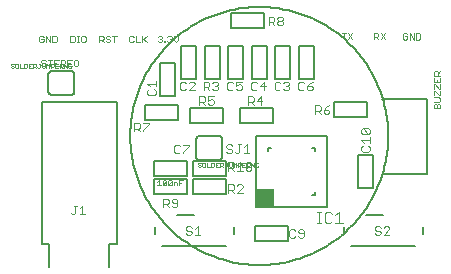
<source format=gto>
G75*
%MOIN*%
%OFA0B0*%
%FSLAX25Y25*%
%IPPOS*%
%LPD*%
%AMOC8*
5,1,8,0,0,1.08239X$1,22.5*
%
%ADD10C,0.00200*%
%ADD11C,0.00300*%
%ADD12C,0.00500*%
%ADD13C,0.00600*%
%ADD14R,0.05906X0.05906*%
%ADD15C,0.00800*%
%ADD16C,0.00400*%
%ADD17C,0.00100*%
D10*
X0050333Y0032618D02*
X0051534Y0032618D01*
X0050933Y0032618D02*
X0050933Y0034419D01*
X0050333Y0033819D01*
X0052175Y0034119D02*
X0052175Y0032918D01*
X0053376Y0034119D01*
X0053376Y0032918D01*
X0053075Y0032618D01*
X0052475Y0032618D01*
X0052175Y0032918D01*
X0052175Y0034119D02*
X0052475Y0034419D01*
X0053075Y0034419D01*
X0053376Y0034119D01*
X0054016Y0034119D02*
X0054316Y0034419D01*
X0054917Y0034419D01*
X0055217Y0034119D01*
X0054016Y0032918D01*
X0054316Y0032618D01*
X0054917Y0032618D01*
X0055217Y0032918D01*
X0055217Y0034119D01*
X0055858Y0033819D02*
X0056758Y0033819D01*
X0057059Y0033518D01*
X0057059Y0032618D01*
X0057699Y0032618D02*
X0057699Y0034419D01*
X0058900Y0034419D01*
X0058300Y0033518D02*
X0057699Y0033518D01*
X0055858Y0033819D02*
X0055858Y0032618D01*
X0054016Y0032918D02*
X0054016Y0034119D01*
X0023657Y0072403D02*
X0024018Y0072764D01*
X0024018Y0074207D01*
X0023657Y0074567D01*
X0022936Y0074567D01*
X0022575Y0074207D01*
X0022575Y0072764D01*
X0022936Y0072403D01*
X0023657Y0072403D01*
X0021843Y0072403D02*
X0020400Y0072403D01*
X0020400Y0074567D01*
X0021843Y0074567D01*
X0021122Y0073485D02*
X0020400Y0073485D01*
X0019668Y0073485D02*
X0019307Y0073124D01*
X0018225Y0073124D01*
X0018225Y0072403D02*
X0018225Y0074567D01*
X0019307Y0074567D01*
X0019668Y0074207D01*
X0019668Y0073485D01*
X0018946Y0073124D02*
X0019668Y0072403D01*
X0017493Y0072403D02*
X0016050Y0072403D01*
X0016050Y0074567D01*
X0017493Y0074567D01*
X0016771Y0073485D02*
X0016050Y0073485D01*
X0015318Y0074567D02*
X0013875Y0074567D01*
X0014596Y0074567D02*
X0014596Y0072403D01*
X0013143Y0072764D02*
X0012782Y0072403D01*
X0012061Y0072403D01*
X0011700Y0072764D01*
X0012061Y0073485D02*
X0012782Y0073485D01*
X0013143Y0073124D01*
X0013143Y0072764D01*
X0012061Y0073485D02*
X0011700Y0073846D01*
X0011700Y0074207D01*
X0012061Y0074567D01*
X0012782Y0074567D01*
X0013143Y0074207D01*
X0013200Y0080277D02*
X0013200Y0082441D01*
X0014642Y0080277D01*
X0014642Y0082441D01*
X0015375Y0082441D02*
X0016457Y0082441D01*
X0016818Y0082081D01*
X0016818Y0080638D01*
X0016457Y0080277D01*
X0015375Y0080277D01*
X0015375Y0082441D01*
X0012467Y0082081D02*
X0012107Y0082441D01*
X0011385Y0082441D01*
X0011025Y0082081D01*
X0011025Y0080638D01*
X0011385Y0080277D01*
X0012107Y0080277D01*
X0012467Y0080638D01*
X0012467Y0081359D01*
X0011746Y0081359D01*
X0021387Y0080277D02*
X0022469Y0080277D01*
X0022830Y0080638D01*
X0022830Y0082081D01*
X0022469Y0082441D01*
X0021387Y0082441D01*
X0021387Y0080277D01*
X0023562Y0080277D02*
X0024284Y0080277D01*
X0023923Y0080277D02*
X0023923Y0082441D01*
X0023562Y0082441D02*
X0024284Y0082441D01*
X0025012Y0082081D02*
X0025012Y0080638D01*
X0025373Y0080277D01*
X0026094Y0080277D01*
X0026455Y0080638D01*
X0026455Y0082081D01*
X0026094Y0082441D01*
X0025373Y0082441D01*
X0025012Y0082081D01*
X0031025Y0082441D02*
X0031025Y0080277D01*
X0031025Y0080999D02*
X0032107Y0080999D01*
X0032467Y0081359D01*
X0032467Y0082081D01*
X0032107Y0082441D01*
X0031025Y0082441D01*
X0033200Y0082081D02*
X0033200Y0081720D01*
X0033560Y0081359D01*
X0034282Y0081359D01*
X0034642Y0080999D01*
X0034642Y0080638D01*
X0034282Y0080277D01*
X0033560Y0080277D01*
X0033200Y0080638D01*
X0032467Y0080277D02*
X0031746Y0080999D01*
X0033200Y0082081D02*
X0033560Y0082441D01*
X0034282Y0082441D01*
X0034642Y0082081D01*
X0035375Y0082441D02*
X0036818Y0082441D01*
X0036096Y0082441D02*
X0036096Y0080277D01*
X0041025Y0080638D02*
X0041385Y0080277D01*
X0042107Y0080277D01*
X0042467Y0080638D01*
X0043200Y0080277D02*
X0044642Y0080277D01*
X0045375Y0080277D02*
X0045375Y0082441D01*
X0045736Y0081359D02*
X0046818Y0080277D01*
X0045375Y0080999D02*
X0046818Y0082441D01*
X0043200Y0082441D02*
X0043200Y0080277D01*
X0042467Y0082081D02*
X0042107Y0082441D01*
X0041385Y0082441D01*
X0041025Y0082081D01*
X0041025Y0080638D01*
X0050481Y0080638D02*
X0050842Y0080277D01*
X0051563Y0080277D01*
X0051924Y0080638D01*
X0051924Y0080999D01*
X0051563Y0081359D01*
X0051202Y0081359D01*
X0051563Y0081359D02*
X0051924Y0081720D01*
X0051924Y0082081D01*
X0051563Y0082441D01*
X0050842Y0082441D01*
X0050481Y0082081D01*
X0052656Y0080638D02*
X0053017Y0080638D01*
X0053017Y0080277D01*
X0052656Y0080277D01*
X0052656Y0080638D01*
X0053744Y0080638D02*
X0054104Y0080277D01*
X0054826Y0080277D01*
X0055186Y0080638D01*
X0055186Y0080999D01*
X0054826Y0081359D01*
X0054465Y0081359D01*
X0054826Y0081359D02*
X0055186Y0081720D01*
X0055186Y0082081D01*
X0054826Y0082441D01*
X0054104Y0082441D01*
X0053744Y0082081D01*
X0055919Y0082441D02*
X0055919Y0080999D01*
X0056640Y0080277D01*
X0057361Y0080999D01*
X0057361Y0082441D01*
X0111817Y0083445D02*
X0113260Y0083445D01*
X0112538Y0083445D02*
X0112538Y0081281D01*
X0113992Y0081281D02*
X0115435Y0083445D01*
X0113992Y0083445D02*
X0115435Y0081281D01*
X0122644Y0081281D02*
X0122644Y0083445D01*
X0123726Y0083445D01*
X0124086Y0083084D01*
X0124086Y0082363D01*
X0123726Y0082002D01*
X0122644Y0082002D01*
X0123365Y0082002D02*
X0124086Y0081281D01*
X0124819Y0081281D02*
X0126261Y0083445D01*
X0124819Y0083445D02*
X0126261Y0081281D01*
X0132285Y0081622D02*
X0132645Y0081261D01*
X0133367Y0081261D01*
X0133727Y0081622D01*
X0133727Y0082343D01*
X0133006Y0082343D01*
X0132285Y0081622D02*
X0132285Y0083065D01*
X0132645Y0083425D01*
X0133367Y0083425D01*
X0133727Y0083065D01*
X0134460Y0083425D02*
X0135902Y0081261D01*
X0135902Y0083425D01*
X0136635Y0083425D02*
X0137717Y0083425D01*
X0138077Y0083065D01*
X0138077Y0081622D01*
X0137717Y0081261D01*
X0136635Y0081261D01*
X0136635Y0083425D01*
X0134460Y0083425D02*
X0134460Y0081261D01*
X0142914Y0070637D02*
X0143635Y0070637D01*
X0143996Y0070276D01*
X0143996Y0069194D01*
X0144717Y0069194D02*
X0142553Y0069194D01*
X0142553Y0070276D01*
X0142914Y0070637D01*
X0143996Y0069916D02*
X0144717Y0070637D01*
X0144717Y0068462D02*
X0144717Y0067019D01*
X0142553Y0067019D01*
X0142553Y0068462D01*
X0143635Y0067741D02*
X0143635Y0067019D01*
X0142914Y0066287D02*
X0144357Y0064844D01*
X0144717Y0064844D01*
X0144717Y0066287D01*
X0142914Y0066287D02*
X0142553Y0066287D01*
X0142553Y0064844D01*
X0142553Y0064112D02*
X0142914Y0064112D01*
X0144357Y0062669D01*
X0144717Y0062669D01*
X0144717Y0064112D01*
X0142553Y0064112D02*
X0142553Y0062669D01*
X0142553Y0061937D02*
X0144357Y0061937D01*
X0144717Y0061576D01*
X0144717Y0060855D01*
X0144357Y0060494D01*
X0142553Y0060494D01*
X0142914Y0059762D02*
X0143275Y0059762D01*
X0143635Y0059401D01*
X0143635Y0058319D01*
X0144717Y0058319D02*
X0142553Y0058319D01*
X0142553Y0059401D01*
X0142914Y0059762D01*
X0143635Y0059401D02*
X0143996Y0059762D01*
X0144357Y0059762D01*
X0144717Y0059401D01*
X0144717Y0058319D01*
D11*
X0121222Y0051136D02*
X0121222Y0050186D01*
X0120747Y0049710D01*
X0118846Y0051612D01*
X0120747Y0051612D01*
X0121222Y0051136D01*
X0120747Y0049710D02*
X0118846Y0049710D01*
X0118370Y0050186D01*
X0118370Y0051136D01*
X0118846Y0051612D01*
X0121222Y0048712D02*
X0121222Y0046810D01*
X0121222Y0047761D02*
X0118370Y0047761D01*
X0119321Y0046810D01*
X0118846Y0045811D02*
X0118370Y0045336D01*
X0118370Y0044385D01*
X0118846Y0043910D01*
X0120747Y0043910D01*
X0121222Y0044385D01*
X0121222Y0045336D01*
X0120747Y0045811D01*
X0107695Y0056964D02*
X0107695Y0057439D01*
X0107220Y0057915D01*
X0105794Y0057915D01*
X0105794Y0056964D01*
X0106269Y0056489D01*
X0107220Y0056489D01*
X0107695Y0056964D01*
X0106745Y0058865D02*
X0105794Y0057915D01*
X0104795Y0057915D02*
X0104795Y0058865D01*
X0104320Y0059341D01*
X0102894Y0059341D01*
X0102894Y0056489D01*
X0102894Y0057439D02*
X0104320Y0057439D01*
X0104795Y0057915D01*
X0103845Y0057439D02*
X0104795Y0056489D01*
X0106745Y0058865D02*
X0107695Y0059341D01*
X0102164Y0064877D02*
X0101689Y0064402D01*
X0100738Y0064402D01*
X0100262Y0064877D01*
X0100262Y0065828D01*
X0101689Y0065828D01*
X0102164Y0065353D01*
X0102164Y0064877D01*
X0101213Y0066779D02*
X0100262Y0065828D01*
X0101213Y0066779D02*
X0102164Y0067254D01*
X0099264Y0066779D02*
X0098788Y0067254D01*
X0097838Y0067254D01*
X0097362Y0066779D01*
X0097362Y0064877D01*
X0097838Y0064402D01*
X0098788Y0064402D01*
X0099264Y0064877D01*
X0094290Y0064877D02*
X0093815Y0064402D01*
X0092864Y0064402D01*
X0092388Y0064877D01*
X0091390Y0064877D02*
X0090914Y0064402D01*
X0089964Y0064402D01*
X0089488Y0064877D01*
X0089488Y0066779D01*
X0089964Y0067254D01*
X0090914Y0067254D01*
X0091390Y0066779D01*
X0092388Y0066779D02*
X0092864Y0067254D01*
X0093815Y0067254D01*
X0094290Y0066779D01*
X0094290Y0066303D01*
X0093815Y0065828D01*
X0094290Y0065353D01*
X0094290Y0064877D01*
X0093815Y0065828D02*
X0093339Y0065828D01*
X0086534Y0065828D02*
X0084633Y0065828D01*
X0086059Y0067254D01*
X0086059Y0064402D01*
X0084956Y0062333D02*
X0083530Y0060907D01*
X0085432Y0060907D01*
X0084956Y0059481D02*
X0084956Y0062333D01*
X0082531Y0061857D02*
X0082531Y0060907D01*
X0082056Y0060431D01*
X0080630Y0060431D01*
X0080630Y0059481D02*
X0080630Y0062333D01*
X0082056Y0062333D01*
X0082531Y0061857D01*
X0081581Y0060431D02*
X0082531Y0059481D01*
X0082208Y0064402D02*
X0083158Y0064402D01*
X0083634Y0064877D01*
X0082208Y0064402D02*
X0081732Y0064877D01*
X0081732Y0066779D01*
X0082208Y0067254D01*
X0083158Y0067254D01*
X0083634Y0066779D01*
X0078542Y0067254D02*
X0076640Y0067254D01*
X0076640Y0065828D01*
X0077591Y0066303D01*
X0078066Y0066303D01*
X0078542Y0065828D01*
X0078542Y0064877D01*
X0078066Y0064402D01*
X0077116Y0064402D01*
X0076640Y0064877D01*
X0075642Y0064877D02*
X0075166Y0064402D01*
X0074216Y0064402D01*
X0073740Y0064877D01*
X0073740Y0066779D01*
X0074216Y0067254D01*
X0075166Y0067254D01*
X0075642Y0066779D01*
X0070668Y0066779D02*
X0070668Y0066303D01*
X0070192Y0065828D01*
X0070668Y0065353D01*
X0070668Y0064877D01*
X0070192Y0064402D01*
X0069242Y0064402D01*
X0068766Y0064877D01*
X0067768Y0064402D02*
X0066817Y0065353D01*
X0067292Y0065353D02*
X0065866Y0065353D01*
X0065866Y0064402D02*
X0065866Y0067254D01*
X0067292Y0067254D01*
X0067768Y0066779D01*
X0067768Y0065828D01*
X0067292Y0065353D01*
X0068766Y0066779D02*
X0069242Y0067254D01*
X0070192Y0067254D01*
X0070668Y0066779D01*
X0070192Y0065828D02*
X0069717Y0065828D01*
X0069191Y0062333D02*
X0067290Y0062333D01*
X0067290Y0060907D01*
X0068241Y0061382D01*
X0068716Y0061382D01*
X0069191Y0060907D01*
X0069191Y0059956D01*
X0068716Y0059481D01*
X0067765Y0059481D01*
X0067290Y0059956D01*
X0066291Y0059481D02*
X0065341Y0060431D01*
X0065816Y0060431D02*
X0064390Y0060431D01*
X0064390Y0059481D02*
X0064390Y0062333D01*
X0065816Y0062333D01*
X0066291Y0061857D01*
X0066291Y0060907D01*
X0065816Y0060431D01*
X0062794Y0064402D02*
X0060892Y0064402D01*
X0062794Y0066303D01*
X0062794Y0066779D01*
X0062318Y0067254D01*
X0061368Y0067254D01*
X0060892Y0066779D01*
X0059894Y0066779D02*
X0059418Y0067254D01*
X0058468Y0067254D01*
X0057992Y0066779D01*
X0057992Y0064877D01*
X0058468Y0064402D01*
X0059418Y0064402D01*
X0059894Y0064877D01*
X0049864Y0065603D02*
X0049864Y0067504D01*
X0049864Y0066553D02*
X0047012Y0066553D01*
X0047963Y0065603D01*
X0047487Y0064604D02*
X0047012Y0064129D01*
X0047012Y0063178D01*
X0047487Y0062703D01*
X0049389Y0062703D01*
X0049864Y0063178D01*
X0049864Y0064129D01*
X0049389Y0064604D01*
X0047538Y0053474D02*
X0045637Y0053474D01*
X0044638Y0052999D02*
X0044638Y0052048D01*
X0044162Y0051573D01*
X0042736Y0051573D01*
X0042736Y0050622D02*
X0042736Y0053474D01*
X0044162Y0053474D01*
X0044638Y0052999D01*
X0043687Y0051573D02*
X0044638Y0050622D01*
X0045637Y0050622D02*
X0045637Y0051098D01*
X0047538Y0052999D01*
X0047538Y0053474D01*
X0056024Y0045771D02*
X0056024Y0043869D01*
X0056499Y0043394D01*
X0057450Y0043394D01*
X0057925Y0043869D01*
X0058924Y0043869D02*
X0058924Y0043394D01*
X0058924Y0043869D02*
X0060825Y0045771D01*
X0060825Y0046246D01*
X0058924Y0046246D01*
X0057925Y0045771D02*
X0057450Y0046246D01*
X0056499Y0046246D01*
X0056024Y0045771D01*
X0073393Y0045794D02*
X0073393Y0045319D01*
X0073869Y0044844D01*
X0074819Y0044844D01*
X0075295Y0044368D01*
X0075295Y0043893D01*
X0074819Y0043418D01*
X0073869Y0043418D01*
X0073393Y0043893D01*
X0076293Y0043893D02*
X0076769Y0043418D01*
X0077244Y0043418D01*
X0077719Y0043893D01*
X0077719Y0046270D01*
X0077244Y0046270D02*
X0078195Y0046270D01*
X0079193Y0045319D02*
X0080144Y0046270D01*
X0080144Y0043418D01*
X0079193Y0043418D02*
X0081095Y0043418D01*
X0081288Y0040325D02*
X0080337Y0040325D01*
X0079862Y0039850D01*
X0079862Y0037948D01*
X0081763Y0039850D01*
X0081763Y0037948D01*
X0081288Y0037473D01*
X0080337Y0037473D01*
X0079862Y0037948D01*
X0078863Y0037473D02*
X0076962Y0037473D01*
X0077913Y0037473D02*
X0077913Y0040325D01*
X0076962Y0039374D01*
X0075963Y0038899D02*
X0075488Y0038424D01*
X0074062Y0038424D01*
X0075012Y0038424D02*
X0075963Y0037473D01*
X0074062Y0037473D02*
X0074062Y0040325D01*
X0075488Y0040325D01*
X0075963Y0039850D01*
X0075963Y0038899D01*
X0081288Y0040325D02*
X0081763Y0039850D01*
X0075295Y0045794D02*
X0074819Y0046270D01*
X0073869Y0046270D01*
X0073393Y0045794D01*
X0074062Y0032943D02*
X0075488Y0032943D01*
X0075963Y0032468D01*
X0075963Y0031517D01*
X0075488Y0031042D01*
X0074062Y0031042D01*
X0075012Y0031042D02*
X0075963Y0030091D01*
X0076962Y0030091D02*
X0078863Y0031992D01*
X0078863Y0032468D01*
X0078388Y0032943D01*
X0077437Y0032943D01*
X0076962Y0032468D01*
X0076962Y0030091D02*
X0078863Y0030091D01*
X0074062Y0030091D02*
X0074062Y0032943D01*
X0057059Y0027763D02*
X0057059Y0025862D01*
X0056584Y0025386D01*
X0055633Y0025386D01*
X0055158Y0025862D01*
X0055633Y0026812D02*
X0057059Y0026812D01*
X0057059Y0027763D02*
X0056584Y0028238D01*
X0055633Y0028238D01*
X0055158Y0027763D01*
X0055158Y0027288D01*
X0055633Y0026812D01*
X0054159Y0026812D02*
X0053684Y0026337D01*
X0052258Y0026337D01*
X0053208Y0026337D02*
X0054159Y0025386D01*
X0054159Y0026812D02*
X0054159Y0027763D01*
X0053684Y0028238D01*
X0052258Y0028238D01*
X0052258Y0025386D01*
X0059961Y0018550D02*
X0060436Y0019026D01*
X0061387Y0019026D01*
X0061862Y0018550D01*
X0061387Y0017600D02*
X0060436Y0017600D01*
X0059961Y0018075D01*
X0059961Y0018550D01*
X0061387Y0017600D02*
X0061862Y0017124D01*
X0061862Y0016649D01*
X0061387Y0016174D01*
X0060436Y0016174D01*
X0059961Y0016649D01*
X0062861Y0016174D02*
X0064762Y0016174D01*
X0063812Y0016174D02*
X0063812Y0019026D01*
X0062861Y0018075D01*
X0094410Y0017566D02*
X0094410Y0015665D01*
X0094885Y0015189D01*
X0095836Y0015189D01*
X0096311Y0015665D01*
X0097310Y0015665D02*
X0097785Y0015189D01*
X0098736Y0015189D01*
X0099211Y0015665D01*
X0099211Y0017566D01*
X0098736Y0018041D01*
X0097785Y0018041D01*
X0097310Y0017566D01*
X0097310Y0017091D01*
X0097785Y0016615D01*
X0099211Y0016615D01*
X0096311Y0017566D02*
X0095836Y0018041D01*
X0094885Y0018041D01*
X0094410Y0017566D01*
X0103707Y0020209D02*
X0104921Y0020209D01*
X0104314Y0020209D02*
X0104314Y0023849D01*
X0103707Y0023849D02*
X0104921Y0023849D01*
X0106124Y0023242D02*
X0106124Y0020816D01*
X0106731Y0020209D01*
X0107944Y0020209D01*
X0108551Y0020816D01*
X0109749Y0020209D02*
X0112176Y0020209D01*
X0110963Y0020209D02*
X0110963Y0023849D01*
X0109749Y0022636D01*
X0108551Y0023242D02*
X0107944Y0023849D01*
X0106731Y0023849D01*
X0106124Y0023242D01*
X0122953Y0018550D02*
X0122953Y0018075D01*
X0123428Y0017600D01*
X0124379Y0017600D01*
X0124854Y0017124D01*
X0124854Y0016649D01*
X0124379Y0016174D01*
X0123428Y0016174D01*
X0122953Y0016649D01*
X0122953Y0018550D02*
X0123428Y0019026D01*
X0124379Y0019026D01*
X0124854Y0018550D01*
X0125853Y0018550D02*
X0126328Y0019026D01*
X0127279Y0019026D01*
X0127754Y0018550D01*
X0127754Y0018075D01*
X0125853Y0016174D01*
X0127754Y0016174D01*
X0091846Y0086056D02*
X0090895Y0086056D01*
X0090420Y0086531D01*
X0090420Y0087006D01*
X0090895Y0087482D01*
X0091846Y0087482D01*
X0092321Y0087006D01*
X0092321Y0086531D01*
X0091846Y0086056D01*
X0091846Y0087482D02*
X0092321Y0087957D01*
X0092321Y0088432D01*
X0091846Y0088908D01*
X0090895Y0088908D01*
X0090420Y0088432D01*
X0090420Y0087957D01*
X0090895Y0087482D01*
X0089421Y0087482D02*
X0089421Y0088432D01*
X0088946Y0088908D01*
X0087520Y0088908D01*
X0087520Y0086056D01*
X0087520Y0087006D02*
X0088946Y0087006D01*
X0089421Y0087482D01*
X0088471Y0087006D02*
X0089421Y0086056D01*
D12*
X0014384Y0013031D02*
X0014384Y0005531D01*
X0014384Y0013031D02*
X0011884Y0013031D01*
X0011884Y0060531D01*
X0036884Y0060531D01*
X0036884Y0013031D01*
X0034384Y0013031D01*
X0034384Y0005531D01*
X0049337Y0029862D02*
X0049337Y0034862D01*
X0060337Y0034862D01*
X0060337Y0029862D01*
X0049337Y0029862D01*
X0049337Y0035768D02*
X0049337Y0040768D01*
X0060337Y0040768D01*
X0060337Y0035768D01*
X0049337Y0035768D01*
X0062132Y0035768D02*
X0062132Y0040768D01*
X0073132Y0040768D01*
X0073132Y0035768D01*
X0062132Y0035768D01*
X0062132Y0034862D02*
X0073132Y0034862D01*
X0073132Y0029862D01*
X0062132Y0029862D01*
X0062132Y0034862D01*
X0083380Y0025472D02*
X0107002Y0025472D01*
X0107002Y0049094D01*
X0083380Y0049094D01*
X0083380Y0025472D01*
X0082801Y0019114D02*
X0082801Y0014114D01*
X0093801Y0014114D01*
X0093801Y0019114D01*
X0082801Y0019114D01*
X0117298Y0031783D02*
X0117298Y0042783D01*
X0122298Y0042783D01*
X0122298Y0031783D01*
X0117298Y0031783D01*
X0125364Y0036594D02*
X0140364Y0036594D01*
X0140364Y0061594D01*
X0125364Y0061594D01*
X0120376Y0060453D02*
X0120376Y0055453D01*
X0109376Y0055453D01*
X0109376Y0060453D01*
X0120376Y0060453D01*
X0102612Y0068201D02*
X0097612Y0068201D01*
X0097612Y0079201D01*
X0102612Y0079201D01*
X0102612Y0068201D01*
X0094738Y0068201D02*
X0089738Y0068201D01*
X0089738Y0079201D01*
X0094738Y0079201D01*
X0094738Y0068201D01*
X0086864Y0068201D02*
X0081864Y0068201D01*
X0081864Y0079201D01*
X0086864Y0079201D01*
X0086864Y0068201D01*
X0078990Y0068201D02*
X0073990Y0068201D01*
X0073990Y0079201D01*
X0078990Y0079201D01*
X0078990Y0068201D01*
X0071116Y0068201D02*
X0066116Y0068201D01*
X0066116Y0079201D01*
X0071116Y0079201D01*
X0071116Y0068201D01*
X0063242Y0068201D02*
X0058242Y0068201D01*
X0058242Y0079201D01*
X0063242Y0079201D01*
X0063242Y0068201D01*
X0056353Y0073295D02*
X0056353Y0062295D01*
X0051353Y0062295D01*
X0051353Y0073295D01*
X0056353Y0073295D01*
X0074927Y0084980D02*
X0074927Y0089980D01*
X0085927Y0089980D01*
X0085927Y0084980D01*
X0074927Y0084980D01*
X0057384Y0059469D02*
X0046384Y0059469D01*
X0046384Y0054469D01*
X0057384Y0054469D01*
X0057384Y0059469D01*
X0061148Y0058484D02*
X0061148Y0053484D01*
X0072148Y0053484D01*
X0072148Y0058484D01*
X0061148Y0058484D01*
X0077880Y0058484D02*
X0077880Y0053484D01*
X0088880Y0053484D01*
X0088880Y0058484D01*
X0077880Y0058484D01*
X0041364Y0049094D02*
X0041377Y0050149D01*
X0041416Y0051204D01*
X0041481Y0052257D01*
X0041571Y0053309D01*
X0041687Y0054358D01*
X0041829Y0055403D01*
X0041997Y0056445D01*
X0042190Y0057483D01*
X0042409Y0058515D01*
X0042653Y0059542D01*
X0042922Y0060563D01*
X0043216Y0061576D01*
X0043534Y0062582D01*
X0043878Y0063580D01*
X0044245Y0064569D01*
X0044637Y0065549D01*
X0045053Y0066519D01*
X0045492Y0067479D01*
X0045955Y0068427D01*
X0046441Y0069364D01*
X0046950Y0070289D01*
X0047482Y0071200D01*
X0048035Y0072099D01*
X0048611Y0072984D01*
X0049208Y0073854D01*
X0049826Y0074709D01*
X0050465Y0075549D01*
X0051125Y0076373D01*
X0051804Y0077180D01*
X0052503Y0077971D01*
X0053221Y0078744D01*
X0053958Y0079500D01*
X0054714Y0080237D01*
X0055487Y0080955D01*
X0056278Y0081654D01*
X0057085Y0082333D01*
X0057909Y0082993D01*
X0058749Y0083632D01*
X0059604Y0084250D01*
X0060474Y0084847D01*
X0061359Y0085423D01*
X0062258Y0085976D01*
X0063169Y0086508D01*
X0064094Y0087017D01*
X0065031Y0087503D01*
X0065979Y0087966D01*
X0066939Y0088405D01*
X0067909Y0088821D01*
X0068889Y0089213D01*
X0069878Y0089580D01*
X0070876Y0089924D01*
X0071882Y0090242D01*
X0072895Y0090536D01*
X0073916Y0090805D01*
X0074943Y0091049D01*
X0075975Y0091268D01*
X0077013Y0091461D01*
X0078055Y0091629D01*
X0079100Y0091771D01*
X0080149Y0091887D01*
X0081201Y0091977D01*
X0082254Y0092042D01*
X0083309Y0092081D01*
X0084364Y0092094D01*
X0085419Y0092081D01*
X0086474Y0092042D01*
X0087527Y0091977D01*
X0088579Y0091887D01*
X0089628Y0091771D01*
X0090673Y0091629D01*
X0091715Y0091461D01*
X0092753Y0091268D01*
X0093785Y0091049D01*
X0094812Y0090805D01*
X0095833Y0090536D01*
X0096846Y0090242D01*
X0097852Y0089924D01*
X0098850Y0089580D01*
X0099839Y0089213D01*
X0100819Y0088821D01*
X0101789Y0088405D01*
X0102749Y0087966D01*
X0103697Y0087503D01*
X0104634Y0087017D01*
X0105559Y0086508D01*
X0106470Y0085976D01*
X0107369Y0085423D01*
X0108254Y0084847D01*
X0109124Y0084250D01*
X0109979Y0083632D01*
X0110819Y0082993D01*
X0111643Y0082333D01*
X0112450Y0081654D01*
X0113241Y0080955D01*
X0114014Y0080237D01*
X0114770Y0079500D01*
X0115507Y0078744D01*
X0116225Y0077971D01*
X0116924Y0077180D01*
X0117603Y0076373D01*
X0118263Y0075549D01*
X0118902Y0074709D01*
X0119520Y0073854D01*
X0120117Y0072984D01*
X0120693Y0072099D01*
X0121246Y0071200D01*
X0121778Y0070289D01*
X0122287Y0069364D01*
X0122773Y0068427D01*
X0123236Y0067479D01*
X0123675Y0066519D01*
X0124091Y0065549D01*
X0124483Y0064569D01*
X0124850Y0063580D01*
X0125194Y0062582D01*
X0125512Y0061576D01*
X0125806Y0060563D01*
X0126075Y0059542D01*
X0126319Y0058515D01*
X0126538Y0057483D01*
X0126731Y0056445D01*
X0126899Y0055403D01*
X0127041Y0054358D01*
X0127157Y0053309D01*
X0127247Y0052257D01*
X0127312Y0051204D01*
X0127351Y0050149D01*
X0127364Y0049094D01*
X0127351Y0048039D01*
X0127312Y0046984D01*
X0127247Y0045931D01*
X0127157Y0044879D01*
X0127041Y0043830D01*
X0126899Y0042785D01*
X0126731Y0041743D01*
X0126538Y0040705D01*
X0126319Y0039673D01*
X0126075Y0038646D01*
X0125806Y0037625D01*
X0125512Y0036612D01*
X0125194Y0035606D01*
X0124850Y0034608D01*
X0124483Y0033619D01*
X0124091Y0032639D01*
X0123675Y0031669D01*
X0123236Y0030709D01*
X0122773Y0029761D01*
X0122287Y0028824D01*
X0121778Y0027899D01*
X0121246Y0026988D01*
X0120693Y0026089D01*
X0120117Y0025204D01*
X0119520Y0024334D01*
X0118902Y0023479D01*
X0118263Y0022639D01*
X0117603Y0021815D01*
X0116924Y0021008D01*
X0116225Y0020217D01*
X0115507Y0019444D01*
X0114770Y0018688D01*
X0114014Y0017951D01*
X0113241Y0017233D01*
X0112450Y0016534D01*
X0111643Y0015855D01*
X0110819Y0015195D01*
X0109979Y0014556D01*
X0109124Y0013938D01*
X0108254Y0013341D01*
X0107369Y0012765D01*
X0106470Y0012212D01*
X0105559Y0011680D01*
X0104634Y0011171D01*
X0103697Y0010685D01*
X0102749Y0010222D01*
X0101789Y0009783D01*
X0100819Y0009367D01*
X0099839Y0008975D01*
X0098850Y0008608D01*
X0097852Y0008264D01*
X0096846Y0007946D01*
X0095833Y0007652D01*
X0094812Y0007383D01*
X0093785Y0007139D01*
X0092753Y0006920D01*
X0091715Y0006727D01*
X0090673Y0006559D01*
X0089628Y0006417D01*
X0088579Y0006301D01*
X0087527Y0006211D01*
X0086474Y0006146D01*
X0085419Y0006107D01*
X0084364Y0006094D01*
X0083309Y0006107D01*
X0082254Y0006146D01*
X0081201Y0006211D01*
X0080149Y0006301D01*
X0079100Y0006417D01*
X0078055Y0006559D01*
X0077013Y0006727D01*
X0075975Y0006920D01*
X0074943Y0007139D01*
X0073916Y0007383D01*
X0072895Y0007652D01*
X0071882Y0007946D01*
X0070876Y0008264D01*
X0069878Y0008608D01*
X0068889Y0008975D01*
X0067909Y0009367D01*
X0066939Y0009783D01*
X0065979Y0010222D01*
X0065031Y0010685D01*
X0064094Y0011171D01*
X0063169Y0011680D01*
X0062258Y0012212D01*
X0061359Y0012765D01*
X0060474Y0013341D01*
X0059604Y0013938D01*
X0058749Y0014556D01*
X0057909Y0015195D01*
X0057085Y0015855D01*
X0056278Y0016534D01*
X0055487Y0017233D01*
X0054714Y0017951D01*
X0053958Y0018688D01*
X0053221Y0019444D01*
X0052503Y0020217D01*
X0051804Y0021008D01*
X0051125Y0021815D01*
X0050465Y0022639D01*
X0049826Y0023479D01*
X0049208Y0024334D01*
X0048611Y0025204D01*
X0048035Y0026089D01*
X0047482Y0026988D01*
X0046950Y0027899D01*
X0046441Y0028824D01*
X0045955Y0029761D01*
X0045492Y0030709D01*
X0045053Y0031669D01*
X0044637Y0032639D01*
X0044245Y0033619D01*
X0043878Y0034608D01*
X0043534Y0035606D01*
X0043216Y0036612D01*
X0042922Y0037625D01*
X0042653Y0038646D01*
X0042409Y0039673D01*
X0042190Y0040705D01*
X0041997Y0041743D01*
X0041829Y0042785D01*
X0041687Y0043830D01*
X0041571Y0044879D01*
X0041481Y0045931D01*
X0041416Y0046984D01*
X0041377Y0048039D01*
X0041364Y0049094D01*
D13*
X0063301Y0048110D02*
X0063301Y0042205D01*
X0063309Y0042142D01*
X0063320Y0042080D01*
X0063335Y0042018D01*
X0063353Y0041958D01*
X0063375Y0041898D01*
X0063400Y0041840D01*
X0063429Y0041784D01*
X0063460Y0041729D01*
X0063495Y0041676D01*
X0063533Y0041626D01*
X0063574Y0041577D01*
X0063618Y0041532D01*
X0063664Y0041488D01*
X0063712Y0041448D01*
X0063763Y0041410D01*
X0063816Y0041376D01*
X0063871Y0041344D01*
X0063928Y0041316D01*
X0063986Y0041291D01*
X0064045Y0041270D01*
X0064106Y0041252D01*
X0064168Y0041238D01*
X0064230Y0041227D01*
X0064293Y0041220D01*
X0064356Y0041216D01*
X0064419Y0041217D01*
X0064482Y0041221D01*
X0064483Y0041220D02*
X0070782Y0041220D01*
X0070845Y0041217D01*
X0070908Y0041216D01*
X0070971Y0041220D01*
X0071034Y0041227D01*
X0071096Y0041238D01*
X0071158Y0041252D01*
X0071218Y0041270D01*
X0071278Y0041291D01*
X0071336Y0041316D01*
X0071393Y0041344D01*
X0071448Y0041376D01*
X0071500Y0041410D01*
X0071551Y0041448D01*
X0071600Y0041489D01*
X0071646Y0041532D01*
X0071690Y0041578D01*
X0071730Y0041626D01*
X0071768Y0041677D01*
X0071803Y0041729D01*
X0071835Y0041784D01*
X0071864Y0041840D01*
X0071889Y0041898D01*
X0071911Y0041958D01*
X0071929Y0042018D01*
X0071944Y0042080D01*
X0071955Y0042142D01*
X0071963Y0042205D01*
X0071963Y0048110D01*
X0071955Y0048173D01*
X0071944Y0048235D01*
X0071929Y0048297D01*
X0071911Y0048357D01*
X0071889Y0048417D01*
X0071864Y0048475D01*
X0071835Y0048531D01*
X0071803Y0048586D01*
X0071768Y0048638D01*
X0071730Y0048689D01*
X0071690Y0048737D01*
X0071646Y0048783D01*
X0071600Y0048826D01*
X0071551Y0048867D01*
X0071500Y0048905D01*
X0071448Y0048939D01*
X0071393Y0048971D01*
X0071336Y0048999D01*
X0071278Y0049024D01*
X0071218Y0049045D01*
X0071158Y0049063D01*
X0071096Y0049077D01*
X0071034Y0049088D01*
X0070971Y0049095D01*
X0070908Y0049099D01*
X0070845Y0049098D01*
X0070782Y0049095D01*
X0070782Y0049094D02*
X0064483Y0049094D01*
X0064482Y0049095D02*
X0064419Y0049098D01*
X0064356Y0049099D01*
X0064293Y0049095D01*
X0064230Y0049088D01*
X0064168Y0049077D01*
X0064106Y0049063D01*
X0064046Y0049045D01*
X0063986Y0049024D01*
X0063928Y0048999D01*
X0063871Y0048971D01*
X0063816Y0048939D01*
X0063764Y0048905D01*
X0063713Y0048867D01*
X0063664Y0048826D01*
X0063618Y0048783D01*
X0063574Y0048737D01*
X0063534Y0048689D01*
X0063496Y0048638D01*
X0063461Y0048586D01*
X0063429Y0048531D01*
X0063400Y0048475D01*
X0063375Y0048417D01*
X0063353Y0048357D01*
X0063335Y0048297D01*
X0063320Y0048235D01*
X0063309Y0048173D01*
X0063301Y0048110D01*
X0087291Y0045183D02*
X0087291Y0044083D01*
X0087291Y0045183D02*
X0088391Y0045183D01*
X0101991Y0045183D02*
X0103091Y0045183D01*
X0103091Y0044083D01*
X0103091Y0030483D02*
X0103091Y0029383D01*
X0101991Y0029383D01*
X0088391Y0029383D02*
X0087291Y0029383D01*
X0087291Y0030483D01*
X0022750Y0063858D02*
X0022750Y0069764D01*
X0022751Y0069764D02*
X0022743Y0069827D01*
X0022732Y0069889D01*
X0022717Y0069951D01*
X0022699Y0070011D01*
X0022677Y0070071D01*
X0022652Y0070129D01*
X0022623Y0070185D01*
X0022592Y0070240D01*
X0022557Y0070293D01*
X0022519Y0070343D01*
X0022478Y0070392D01*
X0022434Y0070437D01*
X0022388Y0070481D01*
X0022340Y0070521D01*
X0022289Y0070559D01*
X0022236Y0070593D01*
X0022181Y0070625D01*
X0022124Y0070653D01*
X0022066Y0070678D01*
X0022007Y0070699D01*
X0021946Y0070717D01*
X0021884Y0070731D01*
X0021822Y0070742D01*
X0021759Y0070749D01*
X0021696Y0070753D01*
X0021633Y0070752D01*
X0021570Y0070748D01*
X0021569Y0070748D02*
X0015270Y0070748D01*
X0015207Y0070751D01*
X0015144Y0070752D01*
X0015081Y0070748D01*
X0015018Y0070741D01*
X0014956Y0070730D01*
X0014894Y0070716D01*
X0014834Y0070698D01*
X0014774Y0070677D01*
X0014716Y0070652D01*
X0014659Y0070624D01*
X0014604Y0070592D01*
X0014552Y0070558D01*
X0014501Y0070520D01*
X0014452Y0070479D01*
X0014406Y0070436D01*
X0014362Y0070390D01*
X0014322Y0070342D01*
X0014284Y0070291D01*
X0014249Y0070239D01*
X0014217Y0070184D01*
X0014188Y0070128D01*
X0014163Y0070070D01*
X0014141Y0070010D01*
X0014123Y0069950D01*
X0014108Y0069888D01*
X0014097Y0069826D01*
X0014089Y0069763D01*
X0014089Y0069764D02*
X0014089Y0063858D01*
X0014089Y0063859D02*
X0014097Y0063796D01*
X0014108Y0063734D01*
X0014123Y0063672D01*
X0014141Y0063612D01*
X0014163Y0063552D01*
X0014188Y0063494D01*
X0014217Y0063438D01*
X0014249Y0063383D01*
X0014284Y0063331D01*
X0014322Y0063280D01*
X0014362Y0063232D01*
X0014406Y0063186D01*
X0014452Y0063143D01*
X0014501Y0063102D01*
X0014552Y0063064D01*
X0014604Y0063030D01*
X0014659Y0062998D01*
X0014716Y0062970D01*
X0014774Y0062945D01*
X0014834Y0062924D01*
X0014894Y0062906D01*
X0014956Y0062892D01*
X0015018Y0062881D01*
X0015081Y0062874D01*
X0015144Y0062870D01*
X0015207Y0062871D01*
X0015270Y0062874D01*
X0021569Y0062874D01*
X0021570Y0062874D02*
X0021633Y0062871D01*
X0021696Y0062870D01*
X0021759Y0062874D01*
X0021822Y0062881D01*
X0021884Y0062892D01*
X0021946Y0062906D01*
X0022006Y0062924D01*
X0022066Y0062945D01*
X0022124Y0062970D01*
X0022181Y0062998D01*
X0022236Y0063030D01*
X0022288Y0063064D01*
X0022339Y0063102D01*
X0022388Y0063143D01*
X0022434Y0063186D01*
X0022478Y0063232D01*
X0022518Y0063280D01*
X0022556Y0063331D01*
X0022591Y0063383D01*
X0022623Y0063438D01*
X0022652Y0063494D01*
X0022677Y0063552D01*
X0022699Y0063612D01*
X0022717Y0063672D01*
X0022732Y0063734D01*
X0022743Y0063796D01*
X0022751Y0063859D01*
D14*
X0086333Y0028425D03*
D15*
X0075900Y0018780D02*
X0075900Y0016417D01*
X0073341Y0012480D02*
X0052081Y0012480D01*
X0049522Y0016417D02*
X0049522Y0018780D01*
X0056805Y0022717D02*
X0062711Y0022717D01*
X0112514Y0018780D02*
X0112514Y0016417D01*
X0115073Y0012480D02*
X0136333Y0012480D01*
X0138892Y0016417D02*
X0138892Y0018780D01*
X0125703Y0022717D02*
X0119798Y0022717D01*
D16*
X0026360Y0023113D02*
X0024525Y0023113D01*
X0025442Y0023113D02*
X0025442Y0025865D01*
X0024525Y0024948D01*
X0023460Y0025865D02*
X0022542Y0025865D01*
X0023001Y0025865D02*
X0023001Y0023572D01*
X0022542Y0023113D01*
X0022084Y0023113D01*
X0021625Y0023572D01*
D17*
X0063943Y0038958D02*
X0064193Y0038707D01*
X0064693Y0038707D01*
X0064944Y0038958D01*
X0064944Y0039208D01*
X0064693Y0039458D01*
X0064193Y0039458D01*
X0063943Y0039708D01*
X0063943Y0039959D01*
X0064193Y0040209D01*
X0064693Y0040209D01*
X0064944Y0039959D01*
X0065416Y0039959D02*
X0065416Y0038958D01*
X0065666Y0038707D01*
X0066167Y0038707D01*
X0066417Y0038958D01*
X0066417Y0039959D01*
X0066167Y0040209D01*
X0065666Y0040209D01*
X0065416Y0039959D01*
X0066889Y0040209D02*
X0066889Y0038707D01*
X0067890Y0038707D01*
X0068363Y0038707D02*
X0069113Y0038707D01*
X0069363Y0038958D01*
X0069363Y0039959D01*
X0069113Y0040209D01*
X0068363Y0040209D01*
X0068363Y0038707D01*
X0069836Y0038707D02*
X0069836Y0040209D01*
X0070837Y0040209D01*
X0071309Y0040209D02*
X0072060Y0040209D01*
X0072310Y0039959D01*
X0072310Y0039458D01*
X0072060Y0039208D01*
X0071309Y0039208D01*
X0071809Y0039208D02*
X0072310Y0038707D01*
X0072782Y0038958D02*
X0073033Y0038707D01*
X0073283Y0038707D01*
X0073533Y0038958D01*
X0073533Y0040209D01*
X0073283Y0040209D02*
X0073783Y0040209D01*
X0074256Y0040209D02*
X0074256Y0038958D01*
X0074506Y0038707D01*
X0075006Y0038707D01*
X0075256Y0038958D01*
X0075256Y0040209D01*
X0075729Y0040209D02*
X0076229Y0039708D01*
X0076730Y0040209D01*
X0076730Y0038707D01*
X0077202Y0038707D02*
X0077202Y0040209D01*
X0077953Y0040209D01*
X0078203Y0039959D01*
X0078203Y0039458D01*
X0077953Y0039208D01*
X0077202Y0039208D01*
X0078675Y0039458D02*
X0079176Y0039458D01*
X0078675Y0038707D02*
X0079676Y0038707D01*
X0080149Y0038707D02*
X0080149Y0040209D01*
X0080899Y0040209D01*
X0081149Y0039959D01*
X0081149Y0039458D01*
X0080899Y0039208D01*
X0080149Y0039208D01*
X0080649Y0039208D02*
X0081149Y0038707D01*
X0081622Y0038707D02*
X0081622Y0040209D01*
X0082623Y0038707D01*
X0082623Y0040209D01*
X0083095Y0039959D02*
X0083095Y0038958D01*
X0083345Y0038707D01*
X0083846Y0038707D01*
X0084096Y0038958D01*
X0084096Y0039959D02*
X0083846Y0040209D01*
X0083345Y0040209D01*
X0083095Y0039959D01*
X0079676Y0040209D02*
X0078675Y0040209D01*
X0078675Y0038707D01*
X0075729Y0038707D02*
X0075729Y0040209D01*
X0071309Y0040209D02*
X0071309Y0038707D01*
X0070837Y0038707D02*
X0069836Y0038707D01*
X0069836Y0039458D02*
X0070336Y0039458D01*
X0021736Y0072011D02*
X0021486Y0071761D01*
X0020986Y0071761D01*
X0020736Y0072011D01*
X0020736Y0073012D01*
X0020986Y0073262D01*
X0021486Y0073262D01*
X0021736Y0073012D01*
X0020263Y0073262D02*
X0020263Y0071761D01*
X0019262Y0073262D01*
X0019262Y0071761D01*
X0018790Y0071761D02*
X0018290Y0072261D01*
X0018540Y0072261D02*
X0017789Y0072261D01*
X0017789Y0071761D02*
X0017789Y0073262D01*
X0018540Y0073262D01*
X0018790Y0073012D01*
X0018790Y0072512D01*
X0018540Y0072261D01*
X0017317Y0071761D02*
X0016316Y0071761D01*
X0016316Y0073262D01*
X0017317Y0073262D01*
X0016816Y0072512D02*
X0016316Y0072512D01*
X0015843Y0072512D02*
X0015593Y0072261D01*
X0014843Y0072261D01*
X0014843Y0071761D02*
X0014843Y0073262D01*
X0015593Y0073262D01*
X0015843Y0073012D01*
X0015843Y0072512D01*
X0014370Y0073262D02*
X0014370Y0071761D01*
X0013369Y0071761D02*
X0013369Y0073262D01*
X0013870Y0072762D01*
X0014370Y0073262D01*
X0012897Y0073262D02*
X0012897Y0072011D01*
X0012647Y0071761D01*
X0012146Y0071761D01*
X0011896Y0072011D01*
X0011896Y0073262D01*
X0011424Y0073262D02*
X0010923Y0073262D01*
X0011173Y0073262D02*
X0011173Y0072011D01*
X0010923Y0071761D01*
X0010673Y0071761D01*
X0010423Y0072011D01*
X0009950Y0071761D02*
X0009450Y0072261D01*
X0009700Y0072261D02*
X0008950Y0072261D01*
X0008950Y0071761D02*
X0008950Y0073262D01*
X0009700Y0073262D01*
X0009950Y0073012D01*
X0009950Y0072512D01*
X0009700Y0072261D01*
X0008477Y0071761D02*
X0007476Y0071761D01*
X0007476Y0073262D01*
X0008477Y0073262D01*
X0007977Y0072512D02*
X0007476Y0072512D01*
X0007004Y0073012D02*
X0006754Y0073262D01*
X0006003Y0073262D01*
X0006003Y0071761D01*
X0006754Y0071761D01*
X0007004Y0072011D01*
X0007004Y0073012D01*
X0005531Y0071761D02*
X0004530Y0071761D01*
X0004530Y0073262D01*
X0004057Y0073012D02*
X0003807Y0073262D01*
X0003307Y0073262D01*
X0003057Y0073012D01*
X0003057Y0072011D01*
X0003307Y0071761D01*
X0003807Y0071761D01*
X0004057Y0072011D01*
X0004057Y0073012D01*
X0002584Y0073012D02*
X0002334Y0073262D01*
X0001834Y0073262D01*
X0001583Y0073012D01*
X0001583Y0072762D01*
X0001834Y0072512D01*
X0002334Y0072512D01*
X0002584Y0072261D01*
X0002584Y0072011D01*
X0002334Y0071761D01*
X0001834Y0071761D01*
X0001583Y0072011D01*
M02*

</source>
